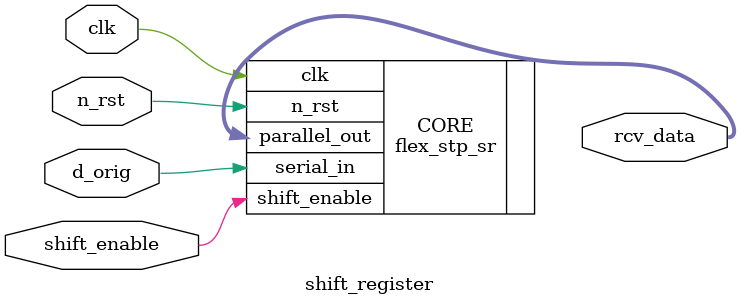
<source format=sv>

module shift_register(
		      input wire clk,
		      input wire n_rst,
		      input wire shift_enable,
		      input wire d_orig,
		      output wire [7:0] rcv_data
		      );
   
	flex_stp_sr 
	#(
		.NUM_BITS(8),
		.SHIFT_MSB(0)
		)
	CORE(
		.clk(clk),
		.n_rst(n_rst),
		.serial_in(d_orig),
		.shift_enable(shift_enable),
		.parallel_out(rcv_data)
	);

endmodule // shift_register

</source>
